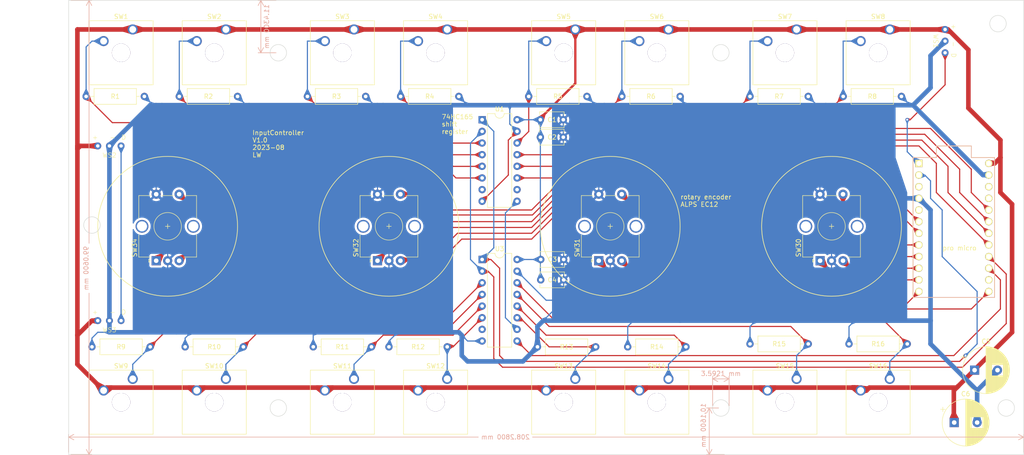
<source format=kicad_pcb>
(kicad_pcb (version 20221018) (generator pcbnew)
  (layers (0 "F.Cu" signal) (31 "B.Cu" signal) (34 "B.Paste" user) (35 "F.Paste" user) (36 "B.SilkS" user "B.Silkscreen") (37 "F.SilkS" user "F.Silkscreen") (38 "B.Mask" user) (39 "F.Mask" user) (44 "Edge.Cuts" user))
  (net 0 "")
  (net 1 "Net-(U1-D7)")
  (net 2 "Net-(U1-D6)")
  (net 3 "Net-(U1-D5)")
  (net 4 "Net-(U1-D4)")
  (net 5 "Net-(U1-D1)")
  (net 6 "Net-(U1-D0)")
  (net 7 "Net-(U3-D6)")
  (net 8 "Net-(U3-D5)")
  (net 9 "Net-(U3-D4)")
  (net 10 "Net-(U3-D3)")
  (net 11 "Net-(U3-D2)")
  (net 12 "Net-(U3-D1)")
  (net 13 "Net-(U3-D0)")
  (net 14 "Net-(U2-D7)")
  (net 15 "Net-(U2-E6)")
  (net 16 "Net-(U2-B3)")
  (net 17 "Net-(U2-B4)")
  (net 18 "Net-(U2-C6)")
  (net 19 "Net-(U2-B6)")
  (net 20 "Net-(U2-B5)")
  (net 23 "Net-(U1-Q7)")
  (net 25 "Net-(U1-CP)")
  (net 26 "Net-(U1-~{PL})")
  (net 28 "Net-(U1-D3)")
  (net 29 "Net-(U1-D2)")
  (net 32 "Net-(U3-D7)")
  (net 34 "Net-(U2-SCL)")
  (net 35 "Net-(U2-D4)")
  (net 36 "Net-(U2-F6)")
  (net 37 "Net-(U2-F7)")
  (net 38 "Net-(U2-F5)")
  (net 39 "Net-(U2-F4)")
  (net 41 "Net-(U1-VCC)")
  (net 42 "Net-(U1-GND)")
  (net 43 "Net-(U2-TX)")
  (net 44 "Net-(WS2-D)")
  (footprint "custom_pads:SW_Cherry_MX_1.00u_PCB_center_hole" (layer "F.Cu") (at 73.66 45.72)
    (fp_text reference "SW2")
    (fp_text value "SW_Push")
  )
  (footprint "custom_pads:SW_Cherry_MX_1.00u_PCB_center_hole" (layer "F.Cu") (at 149.86 121.92)
    (fp_text reference "SW13")
    (fp_text value "SW_Push")
  )
  (footprint "Resistor_THT:R_Axial_DIN0309_L9.0mm_D3.2mm_P12.70mm_Horizontal" (layer "F.Cu") (at 173.99 114.935 180)
    (fp_text reference "R14")
    (fp_text value "10K")
  )
  (footprint "Resistor_THT:R_Axial_DIN0309_L9.0mm_D3.2mm_P12.70mm_Horizontal" (layer "F.Cu") (at 200.66 114.3 180)
    (fp_text reference "R15")
    (fp_text value "10K")
  )
  (footprint "custom_pads:SW_Cherry_MX_1.00u_PCB_center_hole" (layer "F.Cu") (at 198.12 121.92)
    (fp_text reference "SW15")
    (fp_text value "SW_Push")
  )
  (footprint "custom_pads:SW_Cherry_MX_1.00u_PCB_center_hole" (layer "F.Cu") (at 170.18 121.92)
    (fp_text reference "SW14")
    (fp_text value "SW_Push")
  )
  (footprint "custom_pads:SW_Cherry_MX_1.00u_PCB_center_hole" (layer "F.Cu") (at 101.6 121.92)
    (fp_text reference "SW11")
    (fp_text value "SW_Push")
  )
  (footprint "custom_pads:3 Pin THT" (layer "F.Cu") (at 48.26 73.66)
    (fp_text reference "WS2")
    (fp_text value "~")
  )
  (footprint "Capacitor_THT:C_Disc_D5.1mm_W3.2mm_P5.00mm" (layer "F.Cu") (at 142.32 100.33)
    (fp_text reference "C4")
    (fp_text value "0.1µF")
  )
  (footprint "custom_pads:SW_Cherry_MX_1.00u_PCB_center_hole" (layer "F.Cu") (at 218.44 45.72)
    (fp_text reference "SW8")
    (fp_text value "SW_Push")
  )
  (footprint "Resistor_THT:R_Axial_DIN0309_L9.0mm_D3.2mm_P12.70mm_Horizontal" (layer "F.Cu") (at 208.28 60.325)
    (fp_text reference "R8")
    (fp_text value "10K")
  )
  (footprint "Resistor_THT:R_Axial_DIN0309_L9.0mm_D3.2mm_P12.70mm_Horizontal" (layer "F.Cu") (at 105.41 114.935 180)
    (fp_text reference "R11")
    (fp_text value "10K")
  )
  (footprint "Resistor_THT:R_Axial_DIN0309_L9.0mm_D3.2mm_P12.70mm_Horizontal" (layer "F.Cu") (at 111.76 60.325)
    (fp_text reference "R4")
    (fp_text value "10K")
  )
  (footprint "Resistor_THT:R_Axial_DIN0309_L9.0mm_D3.2mm_P12.70mm_Horizontal" (layer "F.Cu") (at 43.18 60.325)
    (fp_text reference "R1")
    (fp_text value "10K")
  )
  (footprint "Resistor_THT:R_Axial_DIN0309_L9.0mm_D3.2mm_P12.70mm_Horizontal" (layer "F.Cu") (at 222.25 114.3 180)
    (fp_text reference "R16")
    (fp_text value "10K")
  )
  (footprint "Capacitor_THT:CP_Radial_D10.0mm_P5.00mm" (layer "F.Cu") (at 236.935 120.015)
    (fp_text reference "C5")
    (fp_text value "100µF")
  )
  (footprint "Resistor_THT:R_Axial_DIN0309_L9.0mm_D3.2mm_P12.70mm_Horizontal" (layer "F.Cu") (at 91.44 60.325)
    (fp_text reference "R3")
    (fp_text value "10K")
  )
  (footprint "Rotary_Encoder:RotaryEncoder_Alps_EC12E-Switch_Vertical_H20mm_CircularMountingHoles" (layer "F.Cu") (at 106.72 96.15 90)
    (fp_text reference "SW32")
    (fp_text value "RotaryEncoder_Switch")
  )
  (footprint "Rotary_Encoder:RotaryEncoder_Alps_EC12E-Switch_Vertical_H20mm_CircularMountingHoles" (layer "F.Cu") (at 154.98 96.15 90)
    (fp_text reference "SW31")
    (fp_text value "RotaryEncoder_Switch")
  )
  (footprint "custom_pads:3 Pin THT" (layer "F.Cu") (at 48.26 111.76)
    (fp_text reference "WS3")
    (fp_text value "WS2812TerminalIn")
  )
  (footprint "Capacitor_THT:CP_Radial_D10.0mm_P5.00mm" (layer "F.Cu") (at 232.49 131.445)
    (fp_text reference "C6")
    (fp_text value "100µF")
  )
  (footprint "Rotary_Encoder:RotaryEncoder_Alps_EC12E-Switch_Vertical_H20mm_CircularMountingHoles" (layer "F.Cu") (at 58.46 96.15 90)
    (fp_text reference "SW34")
    (fp_text value "RotaryEncoder_Switch")
  )
  (footprint "Resistor_THT:R_Axial_DIN0309_L9.0mm_D3.2mm_P12.70mm_Horizontal" (layer "F.Cu") (at 57.15 114.935 180)
    (fp_text reference "R9")
    (fp_text value "10K")
  )
  (footprint "custom_pads:3 Pin THT" (layer "F.Cu") (at 227.965 48.26 -90)
    (fp_text reference "WS1")
    (fp_text value "WS2812TerminalIn")
  )
  (footprint "custom_pads:SW_Cherry_MX_1.00u_PCB_center_hole" (layer "F.Cu") (at 170.18 45.72)
    (fp_text reference "SW6")
    (fp_text value "SW_Push")
  )
  (footprint "Resistor_THT:R_Axial_DIN0309_L9.0mm_D3.2mm_P12.70mm_Horizontal" (layer "F.Cu") (at 187.96 60.325)
    (fp_text reference "R7")
    (fp_text value "10K")
  )
  (footprint "Resistor_THT:R_Axial_DIN0309_L9.0mm_D3.2mm_P12.70mm_Horizontal" (layer "F.Cu") (at 139.7 60.325)
    (fp_text reference "R5")
    (fp_text value "10K")
  )
  (footprint "custom_pads:SW_Cherry_MX_1.00u_PCB_center_hole" (layer "F.Cu") (at 73.66 121.92)
    (fp_text reference "SW10")
    (fp_text value "SW_Push")
  )
  (footprint "Resistor_THT:R_Axial_DIN0309_L9.0mm_D3.2mm_P12.70mm_Horizontal" (layer "F.Cu") (at 154.305 114.935 180)
    (fp_text reference "R13")
    (fp_text value "10K")
  )
  (footprint "custom_pads:SW_Cherry_MX_1.00u_PCB_center_hole" (layer "F.Cu") (at 198.12 45.72)
    (fp_text reference "SW7")
    (fp_text value "SW_Push")
  )
  (footprint "Resistor_THT:R_Axial_DIN0309_L9.0mm_D3.2mm_P12.70mm_Horizontal" (layer "F.Cu") (at 77.47 114.935 180)
    (fp_text reference "R10")
    (fp_text value "10K")
  )
  (footprint "custom_pads:SW_Cherry_MX_1.00u_PCB_center_hole" (layer "F.Cu") (at 53.34 45.72)
    (fp_text reference "SW1")
    (fp_text value "SW_Push")
  )
  (footprint "Package_DIP:DIP-16_W7.62mm" (layer "F.Cu") (at 129.54 65.405)
    (fp_text reference "U1")
    (fp_text value "74HC165")
  )
  (footprint "custom_pads:SW_Cherry_MX_1.00u_PCB_center_hole" (layer "F.Cu") (at 101.6 45.72)
    (fp_text reference "SW3")
    (fp_text value "SW_Push")
  )
  (footprint "Resistor_THT:R_Axial_DIN0309_L9.0mm_D3.2mm_P12.70mm_Horizontal" (layer "F.Cu") (at 63.5 60.325)
    (fp_text reference "R2")
    (fp_text value "10K")
  )
  (footprint "Resistor_THT:R_Axial_DIN0309_L9.0mm_D3.2mm_P12.70mm_Horizontal" (layer "F.Cu") (at 160.02 60.325)
    (fp_text reference "R6")
    (fp_text value "10K")
  )
  (footprint "Resistor_THT:R_Axial_DIN0309_L9.0mm_D3.2mm_P12.70mm_Horizontal" (layer "F.Cu") (at 121.92 114.935 180)
    (fp_text reference "R12")
    (fp_text value "10K")
  )
  (footprint "custom_pads:SW_Cherry_MX_1.00u_PCB_center_hole" (layer "F.Cu") (at 53.34 121.92)
    (fp_text reference "SW9")
    (fp_text value "SW_Push")
  )
  (footprint "custom_pads:SW_Cherry_MX_1.00u_PCB_center_hole" (layer "F.Cu") (at 149.86 45.72)
    (fp_text reference "SW5")
    (fp_text value "SW_Push")
  )
  (footprint "Package_DIP:DIP-16_W7.62mm" (layer "F.Cu") (at 129.54 95.885)
    (fp_text reference "U3")
    (fp_text value "74HC165")
  )
  (footprint "ProMicroKiCad-master:ProMicro" (layer "F.Cu") (at 232.41 88.9 -90)
    (fp_text reference "U2" hide)
    (fp_text value "ProMicro")
  )
  (footprint "Capacitor_THT:C_Disc_D5.1mm_W3.2mm_P5.00mm" (layer "F.Cu") (at 142.24 69.215)
    (fp_text reference "C2")
    (fp_text value "0.1µF")
  )
  (footprint "Rotary_Encoder:RotaryEncoder_Alps_EC12E-Switch_Vertical_H20mm_CircularMountingHoles" (layer "F.Cu") (at 203.24 96.15 90)
    (fp_text reference "SW30")
    (fp_text value "RotaryEncoder_Switch")
  )
  (footprint "Capacitor_THT:C_Disc_D5.1mm_W3.2mm_P5.00mm" (layer "F.Cu") (at 142.32 95.885)
    (fp_text reference "C3")
    (fp_text value "1µF")
  )
  (footprint "custom_pads:SW_Cherry_MX_1.00u_PCB_center_hole" (layer "F.Cu") (at 218.44 121.92)
    (fp_text reference "SW16")
    (fp_text value "SW_Push")
  )
  (footprint "custom_pads:SW_Cherry_MX_1.00u_PCB_center_hole" (layer "F.Cu") (at 121.92 121.92)
    (fp_text reference "SW12")
    (fp_text value "SW_Push")
  )
  (footprint "Capacitor_THT:C_Disc_D5.1mm_W3.2mm_P5.00mm" (layer "F.Cu") (at 142.24 65.405)
    (fp_text reference "C1")
    (fp_text value "1µF")
  )
  (footprint "custom_pads:SW_Cherry_MX_1.00u_PCB_center_hole" (layer "F.Cu") (at 121.92 45.72)
    (fp_text reference "SW4")
    (fp_text value "SW_Push")
  )
  (gr_circle (center 157.48 88.65) (end 172.72 88.9) (stroke (width 0.15)) (fill none) (layer "F.SilkS"))
  (gr_circle (center 109.22 88.65) (end 93.98 88.9) (stroke (width 0.15)) (fill none) (layer "F.SilkS"))
  (gr_circle (center 60.96 88.65) (end 76.2 88.9) (stroke (width 0.15)) (fill none) (layer "F.SilkS"))
  (gr_circle (center 205.74 88.65) (end 190.5 88.9) (stroke (width 0.15)) (fill none) (layer "F.SilkS"))
  (gr_circle (center 243.84 128.27) (end 245.11 129.54) (stroke (width 0.1)) (fill none) (layer "Edge.Cuts"))
  (gr_circle (center 85.09 128.27) (end 86.36 129.54) (stroke (width 0.1)) (fill none) (layer "Edge.Cuts"))
  (gr_circle (center 181.61 128.27) (end 182.88 129.54) (stroke (width 0.1)) (fill none) (layer "Edge.Cuts"))
  (gr_circle (center 44.45 88.373949) (end 45.72 89.643949) (stroke (width 0.1)) (fill none) (layer "Edge.Cuts"))
  (gr_circle (center 181.61 50.8) (end 182.88 52.07) (stroke (width 0.1)) (fill none) (layer "Edge.Cuts"))
  (gr_circle (center 85.09 50.8) (end 86.36 52.07) (stroke (width 0.1)) (fill none) (layer "Edge.Cuts"))
  (gr_rect (start 39.37 39.37) (end 247.65 138.43) (stroke (width 0.1)) (fill none) (layer "Edge.Cuts"))
  (gr_circle (center 242.043949 44.45) (end 243.313949 45.72) (stroke (width 0.1)) (fill none) (layer "Edge.Cuts"))
  (gr_text "pro micro" (at 229.87 93.98) (layer "F.SilkS") (effects (font (size 1 1)) (justify left bottom)))
  (gr_text "74HC165\nshift \nregister" (at 120.65 68.58) (layer "F.SilkS") (effects (font (size 1 1)) (justify left bottom)))
  (gr_text "InputController\nV1.0\n2023-08\nLW" (at 79.375 73.66) (layer "F.SilkS") (effects (font (size 1 1)) (justify left bottom)))
  (gr_text "rotary encoder\nALPS EC12" (at 172.72 84.455) (layer "F.SilkS") (effects (font (size 1 1)) (justify left bottom)))
  (dimension (type aligned) (layer "B.SilkS") (pts (xy 39.37 138.43) (xy 39.37 39.37)) (height 4.445) (gr_text "99,0600 mm" (at 43.18 97.79 90) (layer "B.SilkS") (effects (font (size 1 1) (thickness 0.15)) (justify mirror))) (format (prefix "") (suffix "") (units 3) (units_format 1) (precision 4)) (style (thickness 0.15) (arrow_length 1.27) (text_position_mode 2) (extension_height 0.58642) (extension_offset 0.5) keep_text_aligned))
  (dimension (type aligned) (layer "B.SilkS") (pts (xy 39.37 138.43) (xy 247.65 138.43)) (height -3.81) (gr_text "208,2800 mm" (at 134.62 134.62) (layer "B.SilkS") (effects (font (size 1 1) (thickness 0.15)) (justify mirror))) (format (prefix "") (suffix "") (units 3) (units_format 1) (precision 4)) (style (thickness 0.15) (arrow_length 1.27) (text_position_mode 2) (extension_height 0.58642) (extension_offset 0.5) keep_text_aligned))
  (dimension (type orthogonal) (layer "B.SilkS") (pts (xy 85.09 50.8) (xy 85.09 39.37)) (height -3.81) (orientation 1) (gr_text "11,4300 mm" (at 82.55 45.085 90) (layer "B.SilkS") (effects (font (size 1 1) (thickness 0.15)) (justify mirror))) (format (prefix "") (suffix "") (units 3) (units_format 1) (precision 4)) (style (thickness 0.15) (arrow_length 1.27) (text_position_mode 2) (extension_height 0.58642) (extension_offset 0.5) keep_text_aligned))
  (dimension (type orthogonal) (layer "B.SilkS") (pts (xy 181.61 128.27) (xy 182.88 138.43)) (height -2.54) (orientation 1) (gr_text "10,1600 mm" (at 177.8 132.08 90) (layer "B.SilkS") (effects (font (size 1 1) (thickness 0.15)) (justify mirror))) (format (prefix "") (suffix "") (units 3) (units_format 1) (precision 4)) (style (thickness 0.15) (arrow_length 1.27) (text_position_mode 2) (extension_height 0.58642) (extension_offset 0.5) keep_text_aligned))
  (dimension (type orthogonal) (layer "B.SilkS") (pts (xy 183.406051 128.27) (xy 179.813949 128.27)) (height -6.35) (orientation 0) (gr_text "3,5921 mm" (at 181.61 120.77) (layer "B.SilkS") (effects (font (size 1 1) (thickness 0.15)))) (format (prefix "") (suffix "") (units 3) (units_format 1) (precision 4)) (style (thickness 0.15) (arrow_length 1.27) (text_position_mode 0) (extension_height 0.58642) (extension_offset 0.5) keep_text_aligned))
  (segment (start 123.825 78.105) (end 129.535 78.105) (width 0.25) (layer "F.Cu") (net 1))
  (segment (start 48.895 66.04) (end 111.76 66.04) (width 0.25) (layer "F.Cu") (net 1))
  (segment (start 43.18 60.325) (end 48.895 66.04) (width 0.25) (layer "F.Cu") (net 1))
  (segment (start 111.76 66.04) (end 123.825 78.105) (width 0.25) (layer "F.Cu") (net 1))
  (segment (start 43.18 49.53) (end 44.45 48.26) (width 0.25) (layer "B.Cu") (net 1))
  (segment (start 44.45 48.26) (end 46.99 48.26) (width 0.25) (layer "B.Cu") (net 1))
  (segment (start 43.18 60.325) (end 43.18 49.53) (width 0.25) (layer "B.Cu") (net 1))
  (segment (start 123.205 75.58) (end 112.395 64.77) (width 0.25) (layer "F.Cu") (net 2))
  (segment (start 112.395 64.77) (end 67.945 64.77) (width 0.25) (layer "F.Cu") (net 2))
  (segment (start 67.945 64.77) (end 63.5 60.325) (width 0.25) (layer "F.Cu") (net 2))
  (segment (start 129.55 75.58) (end 123.205 75.58) (width 0.25) (layer "F.Cu") (net 2))
  (segment (start 63.5 48.26) (end 63.5 60.325) (width 0.25) (layer "B.Cu") (net 2))
  (segment (start 67.31 48.26) (end 63.5 48.26) (width 0.25) (layer "B.Cu") (net 2))
  (segment (start 113.03 63.5) (end 94.615 63.5) (width 0.25) (layer "F.Cu") (net 3))
  (segment (start 94.615 63.5) (end 91.44 60.325) (width 0.25) (layer "F.Cu") (net 3))
  (segment (start 129.55 73.04) (end 122.57 73.04) (width 0.25) (layer "F.Cu") (net 3))
  (segment (start 122.57 73.04) (end 113.03 63.5) (width 0.25) (layer "F.Cu") (net 3))
  (segment (start 91.44 48.26) (end 95.25 48.26) (width 0.25) (layer "B.Cu") (net 3))
  (segment (start 91.44 60.325) (end 91.44 48.26) (width 0.25) (layer "B.Cu") (net 3))
  (segment (start 129.55 70.5) (end 121.935 70.5) (width 0.25) (layer "F.Cu") (net 4))
  (segment (start 121.935 70.5) (end 111.76 60.325) (width 0.25) (layer "F.Cu") (net 4))
  (segment (start 111.76 60.325) (end 111.76 48.26) (width 0.25) (layer "B.Cu") (net 4))
  (segment (start 111.76 48.26) (end 115.57 48.26) (width 0.25) (layer "B.Cu") (net 4))
  (segment (start 184.785 63.5) (end 159.385 63.5) (width 0.25) (layer "F.Cu") (net 5))
  (segment (start 159.385 63.5) (end 147.32 75.565) (width 0.25) (layer "F.Cu") (net 5))
  (segment (start 137.185 75.565) (end 137.17 75.58) (width 0.25) (layer "F.Cu") (net 5))
  (segment (start 187.96 60.325) (end 184.785 63.5) (width 0.25) (layer "F.Cu") (net 5))
  (segment (start 147.32 75.565) (end 137.185 75.565) (width 0.25) (layer "F.Cu") (net 5))
  (segment (start 187.96 60.325) (end 187.96 48.26) (width 0.25) (layer "B.Cu") (net 5))
  (segment (start 191.77 48.26) (end 187.96 48.26) (width 0.25) (layer "B.Cu") (net 5))
  (segment (start 137.17 78.12) (end 137.185 78.105) (width 0.25) (layer "F.Cu") (net 6))
  (segment (start 146.05 78.105) (end 158.75 65.405) (width 0.25) (layer "F.Cu") (net 6))
  (segment (start 203.2 65.405) (end 208.28 60.325) (width 0.25) (layer "F.Cu") (net 6))
  (segment (start 158.75 65.405) (end 203.2 65.405) (width 0.25) (layer "F.Cu") (net 6))
  (segment (start 137.185 78.105) (end 146.05 78.105) (width 0.25) (layer "F.Cu") (net 6))
  (segment (start 208.28 48.26) (end 212.09 48.26) (width 0.25) (layer "B.Cu") (net 6))
  (segment (start 208.28 60.325) (end 208.28 48.26) (width 0.25) (layer "B.Cu") (net 6))
  (segment (start 105.41 114.935) (end 107.95 112.395) (width 0.25) (layer "F.Cu") (net 7))
  (segment (start 107.95 112.395) (end 123.19 112.395) (width 0.25) (layer "F.Cu") (net 7))
  (segment (start 123.19 112.395) (end 129.54 106.045) (width 0.25) (layer "F.Cu") (net 7))
  (segment (start 101.6 121.92) (end 101.6 118.745) (width 0.25) (layer "B.Cu") (net 7))
  (segment (start 101.6 118.745) (end 105.41 114.935) (width 0.25) (layer "B.Cu") (net 7))
  (segment (start 122.555 110.49) (end 81.915 110.49) (width 0.25) (layer "F.Cu") (net 8))
  (segment (start 129.54 103.505) (end 122.555 110.49) (width 0.25) (layer "F.Cu") (net 8))
  (segment (start 81.915 110.49) (end 77.47 114.935) (width 0.25) (layer "F.Cu") (net 8))
  (segment (start 73.66 118.745) (end 77.47 114.935) (width 0.25) (layer "B.Cu") (net 8))
  (segment (start 73.66 121.92) (end 73.66 118.745) (width 0.25) (layer "B.Cu") (net 8))
  (segment (start 121.92 108.585) (end 129.54 100.965) (width 0.25) (layer "F.Cu") (net 9))
  (segment (start 63.5 108.585) (end 121.92 108.585) (width 0.25) (layer "F.Cu") (net 9))
  (segment (start 57.15 114.935) (end 63.5 108.585) (width 0.25) (layer "F.Cu") (net 9))
  (segment (start 53.34 121.92) (end 53.34 118.745) (width 0.25) (layer "B.Cu") (net 9))
  (segment (start 53.34 118.745) (end 57.15 114.935) (width 0.25) (layer "B.Cu") (net 9))
  (segment (start 144.78 108.585) (end 137.16 100.965) (width 0.25) (layer "F.Cu") (net 10))
  (segment (start 222.25 114.3) (end 216.535 108.585) (width 0.25) (layer "F.Cu") (net 10))
  (segment (start 216.535 108.585) (end 144.78 108.585) (width 0.25) (layer "F.Cu") (net 10))
  (segment (start 218.44 121.92) (end 218.44 118.11) (width 0.25) (layer "B.Cu") (net 10))
  (segment (start 218.44 118.11) (end 222.25 114.3) (width 0.25) (layer "B.Cu") (net 10))
  (segment (start 144.145 110.49) (end 196.85 110.49) (width 0.25) (layer "F.Cu") (net 11))
  (segment (start 137.16 103.505) (end 144.145 110.49) (width 0.25) (layer "F.Cu") (net 11))
  (segment (start 196.85 110.49) (end 200.66 114.3) (width 0.25) (layer "F.Cu") (net 11))
  (segment (start 198.12 116.84) (end 200.66 114.3) (width 0.25) (layer "B.Cu") (net 11))
  (segment (start 198.12 121.666) (end 198.12 116.84) (width 0.25) (layer "B.Cu") (net 11))
  (segment (start 143.51 112.395) (end 171.45 112.395) (width 0.25) (layer "F.Cu") (net 12))
  (segment (start 171.45 112.395) (end 173.99 114.935) (width 0.25) (layer "F.Cu") (net 12))
  (segment (start 137.16 106.045) (end 143.51 112.395) (width 0.25) (layer "F.Cu") (net 12))
  (segment (start 170.18 118.745) (end 173.99 114.935) (width 0.25) (layer "B.Cu") (net 12))
  (segment (start 170.18 121.92) (end 170.18 118.745) (width 0.25) (layer "B.Cu") (net 12))
  (segment (start 144.145 114.935) (end 137.795 108.585) (width 0.25) (layer "F.Cu") (net 13))
  (segment (start 137.795 108.585) (end 137.16 108.585) (width 0.25) (layer "F.Cu") (net 13))
  (segment (start 154.305 114.935) (end 144.145 114.935) (width 0.25) (layer "F.Cu") (net 13))
  (segment (start 149.86 119.38) (end 154.305 114.935) (width 0.25) (layer "B.Cu") (net 13))
  (segment (start 149.86 121.92) (end 149.86 119.38) (width 0.25) (layer "B.Cu") (net 13))
  (segment (start 172.31 93.98) (end 159.98 81.65) (width 0.25) (layer "F.Cu") (net 14))
  (segment (start 217.17 95.25) (end 224.79 95.25) (width 0.25) (layer "F.Cu") (net 14))
  (segment (start 215.9 93.98) (end 172.31 93.98) (width 0.25) (layer "F.Cu") (net 14))
  (segment (start 215.9 93.98) (end 217.17 95.25) (width 0.25) (layer "F.Cu") (net 14))
  (segment (start 209.88 97.79) (end 208.24 96.15) (width 0.25) (layer "F.Cu") (net 15))
  (segment (start 224.79 97.79) (end 209.88 97.79) (width 0.25) (layer "F.Cu") (net 15))
  (segment (start 242.57 106.68) (end 232.41 116.84) (width 0.25) (layer "F.Cu") (net 16))
  (segment (start 242.57 100.33) (end 242.57 106.68) (width 0.25) (layer "F.Cu") (net 16))
  (segment (start 240.03 97.79) (end 242.57 100.33) (width 0.25) (layer "F.Cu") (net 16))
  (segment (start 140.335 116.84) (end 137.16 113.665) (width 0.25) (layer "F.Cu") (net 16))
  (segment (start 232.41 116.84) (end 140.335 116.84) (width 0.25) (layer "F.Cu") (net 16))
  (segment (start 207.42 100.33) (end 203.24 96.15) (width 0.25) (layer "F.Cu") (net 17))
  (segment (start 224.79 100.33) (end 207.42 100.33) (width 0.25) (layer "F.Cu") (net 17))
  (segment (start 208.24 91.4) (end 208.24 81.65) (width 0.25) (layer "F.Cu") (net 18))
  (segment (start 209.55 92.71) (end 224.79 92.71) (width 0.25) (layer "F.Cu") (net 18))
  (segment (start 209.55 92.71) (end 208.24 91.4) (width 0.25) (layer "F.Cu") (net 18))
  (segment (start 236.22 106.68) (end 165.51 106.68) (width 0.25) (layer "F.Cu") (net 19))
  (segment (start 165.51 106.68) (end 154.98 96.15) (width 0.25) (layer "F.Cu") (net 19))
  (segment (start 240.03 102.87) (end 236.22 106.68) (width 0.25) (layer "F.Cu") (net 19))
  (segment (start 159.98 96.15) (end 169.24 105.41) (width 0.25) (layer "F.Cu") (net 20))
  (segment (start 222.25 105.41) (end 224.79 102.87) (width 0.25) (layer "F.Cu") (net 20))
  (segment (start 169.24 105.41) (end 222.25 105.41) (width 0.25) (layer "F.Cu") (net 20))
  (segment (start 137.16 83.185) (end 134.62 85.725) (width 0.25) (layer "B.Cu") (net 23))
  (segment (start 134.62 85.725) (end 134.62 108.585) (width 0.25) (layer "B.Cu") (net 23))
  (segment (start 134.62 108.585) (end 137.16 111.125) (width 0.25) (layer "B.Cu") (net 23))
  (segment (start 130.81 98.425) (end 132.08 99.695) (width 0.25) (layer "F.Cu") (net 25))
  (segment (start 243.84 99.06) (end 240.03 95.25) (width 0.25) (layer "F.Cu") (net 25))
  (segment (start 234.315 119.38) (end 243.84 109.855) (width 0.25) (layer "F.Cu") (net 25))
  (segment (start 132.08 117.475) (end 133.985 119.38) (width 0.25) (layer "F.Cu") (net 25))
  (segment (start 132.08 99.695) (end 132.08 117.475) (width 0.25) (layer "F.Cu") (net 25))
  (segment (start 243.84 109.855) (end 243.84 99.06) (width 0.25) (layer "F.Cu") (net 25))
  (segment (start 129.54 98.425) (end 130.81 98.425) (width 0.25) (layer "F.Cu") (net 25))
  (segment (start 133.985 119.38) (end 234.315 119.38) (width 0.25) (layer "F.Cu") (net 25))
  (segment (start 129.54 98.425) (end 127 95.885) (width 0.25) (layer "B.Cu") (net 25))
  (segment (start 127 70.485) (end 129.54 67.945) (width 0.25) (layer "B.Cu") (net 25))
  (segment (start 127 95.885) (end 127 70.485) (width 0.25) (layer "B.Cu") (net 25))
  (segment (start 133.35 97.79) (end 131.445 95.885) (width 0.25) (layer "F.Cu") (net 26))
  (segment (start 134.62 118.11) (end 133.35 116.84) (width 0.25) (layer "F.Cu") (net 26))
  (segment (start 133.35 116.84) (end 133.35 97.79) (width 0.25) (layer "F.Cu") (net 26))
  (segment (start 131.445 95.885) (end 129.54 95.885) (width 0.25) (layer "F.Cu") (net 26))
  (segment (start 233.68 118.11) (end 134.62 118.11) (width 0.25) (layer "F.Cu") (net 26))
  (segment (start 234.95 116.84) (end 233.68 118.11) (width 0.25) (layer "F.Cu") (net 26))
  (via (at 234.95 116.84) (size 0.8) (drill 0.4) (layers "F.Cu" "B.Cu") (net 26))
  (segment (start 229.87 95.25) (end 229.87 85.09) (width 0.25) (layer "B.Cu") (net 26))
  (segment (start 226.06 77.47) (end 224.79 77.47) (width 0.25) (layer "B.Cu") (net 26))
  (segment (start 237.49 114.3) (end 237.49 102.87) (width 0.25) (layer "B.Cu") (net 26))
  (segment (start 132.08 67.945) (end 132.08 93.345) (width 0.25) (layer "B.Cu") (net 26))
  (segment (start 229.87 85.09) (end 227.33 82.55) (width 0.25) (layer "B.Cu") (net 26))
  (segment (start 132.08 93.345) (end 129.54 95.885) (width 0.25) (layer "B.Cu") (net 26))
  (segment (start 234.95 116.84) (end 237.49 114.3) (width 0.25) (layer "B.Cu") (net 26))
  (segment (start 227.33 82.55) (end 227.33 78.74) (width 0.25) (layer "B.Cu") (net 26))
  (segment (start 129.54 65.405) (end 132.08 67.945) (width 0.25) (layer "B.Cu") (net 26))
  (segment (start 237.49 102.87) (end 229.87 95.25) (width 0.25) (layer "B.Cu") (net 26))
  (segment (start 227.33 78.74) (end 226.06 77.47) (width 0.25) (layer "B.Cu") (net 26))
  (segment (start 139.7 67.97) (end 137.17 70.5) (width 0.25) (layer "F.Cu") (net 28))
  (segment (start 139.7 60.325) (end 139.7 67.97) (width 0.25) (layer "F.Cu") (net 28))
  (segment (start 139.7 60.325) (end 139.7 48.26) (width 0.25) (layer "B.Cu") (net 28))
  (segment (start 139.7 48.26) (end 143.51 48.26) (width 0.25) (layer "B.Cu") (net 28))
  (segment (start 160.02 60.325) (end 147.305 73.04) (width 0.25) (layer "F.Cu") (net 29))
  (segment (start 147.305 73.04) (end 137.17 73.04) (width 0.25) (layer "F.Cu") (net 29))
  (segment (start 160.02 60.325) (end 160.02 48.26) (width 0.25) (layer "B.Cu") (net 29))
  (segment (start 160.02 48.26) (end 163.83 48.26) (width 0.25) (layer "B.Cu") (net 29))
  (segment (start 121.92 114.935) (end 123.19 114.935) (width 0.25) (layer "F.Cu") (net 32))
  (segment (start 123.19 114.935) (end 129.54 108.585) (width 0.25) (layer "F.Cu") (net 32))
  (segment (start 121.92 121.92) (end 121.92 114.935) (width 0.25) (layer "B.Cu") (net 32))
  (segment (start 140.335 90.17) (end 158.115 72.39) (width 0.25) (layer "F.Cu") (net 34))
  (segment (start 215.9 78.74) (end 215.9 72.39) (width 0.25) (layer "F.Cu") (net 34))
  (segment (start 124.143198 90.17) (end 140.335 90.17) (width 0.25) (layer "F.Cu") (net 34))
  (segment (start 108.89 93.98) (end 120.333198 93.98) (width 0.25) (layer "F.Cu") (net 34))
  (segment (start 120.333198 93.98) (end 124.143198 90.17) (width 0.25) (layer "F.Cu") (net 34))
  (segment (start 158.115 72.39) (end 215.9 72.39) (width 0.25) (layer "F.Cu") (net 34))
  (segment (start 224.79 87.63) (end 215.9 78.74) (width 0.25) (layer "F.Cu") (net 34))
  (segment (start 106.72 96.15) (end 108.89 93.98) (width 0.25) (layer "F.Cu") (net 34))
  (segment (start 120.65 95.885) (end 125.095 91.44) (width 0.25) (layer "F.Cu") (net 35))
  (segment (start 140.335 91.44) (end 158.115 73.66) (width 0.25) (layer "F.Cu") (net 35))
  (segment (start 158.115 73.66) (end 214.63 73.66) (width 0.25) (layer "F.Cu") (net 35))
  (segment (start 224.79 90.17) (end 214.63 80.01) (width 0.25) (layer "F.Cu") (net 35))
  (segment (start 125.095 91.44) (end 140.335 91.44) (width 0.25) (layer "F.Cu") (net 35))
  (segment (start 111.72 96.15) (end 111.985 95.885) (width 0.25) (layer "F.Cu") (net 35))
  (segment (start 111.985 95.885) (end 120.65 95.885) (width 0.25) (layer "F.Cu") (net 35))
  (segment (start 214.63 80.01) (end 214.63 73.66) (width 0.25) (layer "F.Cu") (net 35))
  (segment (start 158.115 69.85) (end 225.426396 69.85) (width 0.25) (layer "F.Cu") (net 36))
  (segment (start 58.46 96.15) (end 63.17 91.44) (width 0.25) (layer "F.Cu") (net 36))
  (segment (start 231.14 75.563604) (end 231.14 81.28) (width 0.25) (layer "F.Cu") (net 36))
  (segment (start 225.426396 69.85) (end 231.14 75.563604) (width 0.25) (layer "F.Cu") (net 36))
  (segment (start 118.745 91.44) (end 122.555 87.63) (width 0.25) (layer "F.Cu") (net 36))
  (segment (start 63.17 91.44) (end 118.745 91.44) (width 0.25) (layer "F.Cu") (net 36))
  (segment (start 140.335 87.63) (end 158.115 69.85) (width 0.25) (layer "F.Cu") (net 36))
  (segment (start 231.14 81.28) (end 240.03 90.17) (width 0.25) (layer "F.Cu") (net 36))
  (segment (start 122.555 87.63) (end 140.335 87.63) (width 0.25) (layer "F.Cu") (net 36))
  (segment (start 140.335 88.9) (end 123.19 88.9) (width 0.25) (layer "F.Cu") (net 37))
  (segment (start 228.6 81.28) (end 228.6 74.93) (width 0.25) (layer "F.Cu") (net 37))
  (segment (start 123.19 88.9) (end 119.38 92.71) (width 0.25) (layer "F.Cu") (net 37))
  (segment (start 158.115 71.12) (end 140.335 88.9) (width 0.25) (layer "F.Cu") (net 37))
  (segment (start 119.38 92.71) (end 66.9 92.71) (width 0.25) (layer "F.Cu") (net 37))
  (segment (start 224.79 71.12) (end 158.115 71.12) (width 0.25) (layer "F.Cu") (net 37))
  (segment (start 240.03 92.71) (end 228.6 81.28) (width 0.25) (layer "F.Cu") (net 37))
  (segment (start 66.9 92.71) (end 63.46 96.15) (width 0.25) (layer "F.Cu") (net 37))
  (segment (start 228.6 74.93) (end 224.79 71.12) (width 0.25) (layer "F.Cu") (net 37))
  (segment (start 233.68 81.28) (end 233.68 76.198604) (width 0.25) (layer "F.Cu") (net 38))
  (segment (start 240.03 87.63) (end 233.68 81.28) (width 0.25) (layer "F.Cu") (net 38))
  (segment (start 233.68 76.198604) (end 226.061396 68.58) (width 0.25) (layer "F.Cu") (net 38))
  (segment (start 158.115 68.58) (end 140.52 86.175) (width 0.25) (layer "F.Cu") (net 38))
  (segment (start 67.985 86.175) (end 140.52 86.175) (width 0.25) (layer "F.Cu") (net 38))
  (segment (start 226.061396 68.58) (end 158.115 68.58) (width 0.25) (layer "F.Cu") (net 38))
  (segment (start 63.46 81.65) (end 67.985 86.175) (width 0.25) (layer "F.Cu") (net 38))
  (segment (start 158.115 67.31) (end 140.335 85.09) (width 0.25) (layer "F.Cu") (net 39))
  (segment (start 236.22 76.2) (end 227.33 67.31) (width 0.25) (layer "F.Cu") (net 39))
  (segment (start 227.33 67.31) (end 158.115 67.31) (width 0.25) (layer "F.Cu") (net 39))
  (segment (start 114.67 81.65) (end 118.11 85.09) (width 0.25) (layer "F.Cu") (net 39))
  (segment (start 111.72 81.65) (end 114.67 81.65) (width 0.25) (layer "F.Cu") (net 39))
  (segment (start 236.22 81.28) (end 236.22 76.2) (width 0.25) (layer "F.Cu") (net 39))
  (segment (start 140.335 85.09) (end 118.11 85.09) (width 0.25) (layer "F.Cu") (net 39))
  (segment (start 240.03 85.09) (end 236.22 81.28) (width 0.25) (layer "F.Cu") (net 39))
  (segment (start 149.86 45.72) (end 149.86 57.48) (width 0.5) (layer "F.Cu") (net 41))
  (segment (start 231.14 45.72) (end 230.505 45.72) (width 1) (layer "F.Cu") (net 41))
  (segment (start 191.77 124.46) (end 191.135 123.825) (width 1) (layer "F.Cu") (net 41))
  (segment (start 212.09 124.46) (end 211.455 123.825) (width 1) (layer "F.Cu") (net 41))
  (segment (start 213.36 124.46) (end 213.995 123.825) (width 1) (layer "F.Cu") (net 41))
  (segment (start 41.91 71.12) (end 45.72 71.12) (width 1) (layer "F.Cu") (net 41))
  (segment (start 218.44 45.72) (end 198.12 45.72) (width 1) (layer "F.Cu") (net 41))
  (segment (start 198.12 45.72) (end 170.18 45.72) (width 1) (layer "F.Cu") (net 41))
  (segment (start 164.465 123.825) (end 163.83 124.46) (width 1) (layer "F.Cu") (net 41))
  (segment (start 121.92 45.72) (end 149.86 45.72) (width 1) (layer "F.Cu") (net 41))
  (segment (start 191.135 123.825) (end 164.465 123.825) (width 1) (layer "F.Cu") (net 41))
  (segment (start 143.51 124.46) (end 142.875 123.825) (width 1) (layer "F.Cu") (net 41))
  (segment (start 212.217 123.825) (end 212.852 124.46) (width 1) (layer "F.Cu") (net 41))
  (segment (start 242.57 81.28) (end 242.57 73.66) (width 1) (layer "F.Cu") (net 41))
  (segment (start 149.86 57.48) (end 142.24 65.1) (width 0.5) (layer "F.Cu") (net 41))
  (segment (start 94.615 123.825) (end 67.945 123.825) (width 1) (layer "F.Cu") (net 41))
  (segment (start 73.66 45.72) (end 101.6 45.72) (width 1) (layer "F.Cu") (net 41))
  (segment (start 210.82 123.825) (end 210.185 123.825) (width 1) (layer "F.Cu") (net 41))
  (segment (start 41.275 112.395) (end 41.275 118.745) (width 1) (layer "F.Cu") (net 41))
  (segment (start 230.505 45.72) (end 218.44 45.72) (width 1) (layer "F.Cu") (net 41))
  (segment (start 210.82 123.825) (end 192.405 123.825) (width 1) (layer "F.Cu") (net 41))
  (segment (start 212.09 124.46) (end 213.36 124.46) (width 1) (layer "F.Cu") (net 41))
  (segment (start 95.25 124.46) (end 94.615 123.825) (width 1) (layer "F.Cu") (net 41))
  (segment (start 235.585 50.165) (end 231.14 45.72) (width 1) (layer "F.Cu") (net 41))
  (segment (start 53.34 45.72) (end 41.275 45.72) (width 1) (layer "F.Cu") (net 41))
  (segment (start 114.935 123.825) (end 95.885 123.825) (width 1) (layer "F.Cu") (net 41))
  (segment (start 41.275 71.12) (end 41.275 112.395) (width 1) (layer "F.Cu") (net 41))
  (segment (start 241.3 74.93) (end 240.03 74.93) (width 1) (layer "F.Cu") (net 41))
  (segment (start 47.625 123.825) (end 46.99 124.46) (width 1) (layer "F.Cu") (net 41))
  (segment (start 44.45 109.22) (end 45.72 109.22) (width 1) (layer "F.Cu") (net 41))
  (segment (start 41.275 45.72) (end 41.275 71.755) (width 1) (layer "F.Cu") (net 41))
  (segment (start 116.205 123.825) (end 115.57 124.46) (width 1) (layer "F.Cu") (net 41))
  (segment (start 242.57 69.85) (end 235.585 62.865) (width 1) (layer "F.Cu") (net 41))
  (segment (start 242.57 73.66) (end 242.57 69.85) (width 1) (layer "F.Cu") (net 41))
  (segment (start 233.045 123.825) (end 233.3625 123.5075) (width 1) (layer "F.Cu") (net 41))
  (segment (start 115.57 124.46) (end 114.935 123.825) (width 1) (layer "F.Cu") (net 41))
  (segment (start 233.3625 123.5075) (end 245.11 111.76) (width 1) (layer "F.Cu") (net 41))
  (segment (start 242.57 81.28) (end 245.11 83.82) (width 1) (layer "F.Cu") (net 41))
  (segment (start 144.145 123.825) (end 143.51 124.46) (width 1) (layer "F.Cu") (net 41))
  (segment (start 192.405 123.825) (end 191.77 124.46) (width 1) (layer "F.Cu") (net 41))
  (segment (start 163.83 124.46) (end 163.195 123.825) (width 1) (layer "F.Cu") (net 41))
  (segment (start 67.31 124.46) (end 66.675 123.825) (width 1) (layer "F.Cu") (net 41))
  (segment (start 41.275 112.395) (end 44.45 109.22) (width 1) (layer "F.Cu") (net 41))
  (segment (start 66.675 123.825) (end 47.625 123.825) (width 1) (layer "F.Cu") (net 41))
  (segment (start 210.185 123.825) (end 212.217 123.825) (width 1) (layer "F.Cu") (net 41))
  (segment (start 101.6 45.72) (end 121.92 45.72) (width 1) (layer "F.Cu") (net 41))
  (segment (start 245.11 111.76) (end 245.11 83.82) (width 1) (layer "F.Cu") (net 41))
  (segment (start 211.455 123.825) (end 210.82 123.825) (width 1) (layer "F.Cu") (net 41))
  (segment (start 163.195 123.825) (end 144.145 123.825) (width 1) (layer "F.Cu") (net 41))
  (segment (start 142.875 123.825) (end 116.205 123.825) (width 1) (layer "F.Cu") (net 41))
  (segment (start 41.275 71.755) (end 41.91 71.12) (width 1) (layer "F.Cu") (net 41))
  (segment (start 53.34 45.72) (end 73.66 45.72) (width 1) (layer "F.Cu") (net 41))
  (segment (start 170.18 45.72) (end 149.86 45.72) (width 1) (layer "F.Cu") (net 41))
  (segment (start 67.945 123.825) (end 67.31 124.46) (width 1) (layer "F.Cu") (net 41))
  (segment (start 232.41 124.46) (end 232.41 131.365) (width 1) (layer "F.Cu") (net 41))
  (segment (start 235.585 62.865) (end 235.585 50.165) (width 1) (layer "F.Cu") (net 41))
  (segment (start 41.275 118.745) (end 46.99 124.46) (width 1) (layer "F.Cu") (net 41))
  (segment (start 95.885 123.825) (end 95.25 124.46) (width 1) (layer "F.Cu") (net 41))
  (segment (start 213.995 123.825) (end 233.045 123.825) (width 1) (layer "F.Cu") (net 41))
  (segment (start 242.57 73.66) (end 241.3 74.93) (width 1) (layer "F.Cu") (net 41))
  (segment (start 232.41 131.365) (end 232.49 131.445) (width 1) (layer "F.Cu") (net 41))
  (segment (start 232.41 124.46) (end 233.3625 123.5075) (width 1) (layer "F.Cu") (net 41))
  (segment (start 142.24 69.215) (end 142.24 100.25) (width 0.25) (layer "B.Cu") (net 41))
  (segment (start 142.24 100.25) (end 142.32 100.33) (width 0.25) (layer "B.Cu") (net 41))
  (segment (start 141.935 65.405) (end 142.24 65.1) (width 0.25) (layer "B.Cu") (net 41))
  (segment (start 137.16 95.885) (end 142.32 95.885) (width 0.25) (layer "B.Cu") (net 41))
  (segment (start 142.24 65.1) (end 142.24 69.215) (width 0.25) (layer "B.Cu") (net 41))
  (segment (start 137.16 65.405) (end 141.935 65.405) (width 0.25) (layer "B.Cu") (net 41))
  (segment (start 135.255 69.85) (end 135.255 77.47) (width 0.25) (layer "F.Cu") (net 42))
  (segment (start 137.16 67.945) (end 135.255 69.85) (width 0.25) (layer "F.Cu") (net 42))
  (segment (start 135.255 77.47) (end 129.54 83.185) (width 0.25) (layer "F.Cu") (net 42))
  (segment (start 76.2 60.325) (end 78.105 62.23) (width 0.25) (layer "B.Cu") (net 42))
  (segment (start 230.505 48.26) (end 227.33 51.435) (width 1) (layer "B.Cu") (net 42))
  (segment (start 204.47 62.23) (end 202.565 62.23) (width 0.25) (layer "B.Cu") (net 42))
  (segment (start 147.24 69.215) (end 147.24 85.05) (width 0.25) (layer "B.Cu") (net 42))
  (segment (start 224.79 82.55) (end 227.33 85.09) (width 1) (layer "B.Cu") (net 42))
  (segment (start 111.125 111.76) (end 93.345 111.76) (width 1) (layer "B.Cu") (net 42))
  (segment (start 106.72 63.46) (end 107.95 62.23) (width 0.25) (layer "B.Cu") (net 42))
  (segment (start 135.57 66.36) (end 135.57 62.23) (width 0.25) (layer "B.Cu") (net 42))
  (segment (start 147.32 100.33) (end 147.32 104.775) (width 0.25) (layer "B.Cu") (net 42))
  (segment (start 106.72 81.65) (end 107.05 81.65) (width 0.25) (layer "B.Cu") (net 42))
  (segment (start 187.96 114.3) (end 187.96 110.49) (width 0.25) (layer "B.Cu") (net 42))
  (segment (start 157.48 104.14) (end 162.56 109.22) (width 0.25) (layer "B.Cu") (net 42))
  (segment (start 148.59 62.23) (end 147.24 63.58) (width 0.25) (layer "B.Cu") (net 42))
  (segment (start 92.71 114.935) (end 92.71 112.395) (width 0.25) (layer "B.Cu") (net 42))
  (segment (start 111.125 111.76) (end 124.46 111.76) (width 1) (layer "B.Cu") (net 42))
  (segment (start 209.55 110.49) (end 210.82 109.22) (width 0.25) (layer "B.Cu") (net 42))
  (segment (start 222.885 62.23) (end 204.47 62.23) (width 1) (layer "B.Cu") (net 42))
  (segment (start 157.48 96.15) (end 157.48 104.14) (width 0.25) (layer "B.Cu") (net 42))
  (segment (start 203.2 81.61) (end 203.24 81.65) (width 0.25) (layer "B.Cu") (net 42))
  (segment (start 227.33 85.09) (end 227.33 109.22) (width 1) (layer "B.Cu") (net 42))
  (segment (start 223.52 62.23) (end 238.76 77.47) (width 1) (layer "B.Cu") (net 42))
  (segment (start 48.26 71.12) (end 57.15 62.23) (width 1) (layer "B.Cu") (net 42))
  (segment (start 205.74 84.15) (end 205.74 96.15) (width 0.25) (layer "B.Cu") (net 42))
  (segment (start 109.22 83.82) (end 109.22 96.15) (width 0.25) (layer "B.Cu") (net 42))
  (segment (start 45.72 111.76) (end 44.45 113.03) (width 0.25) (layer "B.Cu") (net 42))
  (segment (start 107.05 81.65) (end 109.22 83.82) (width 0.25) (layer "B.Cu") (net 42))
  (segment (start 78.74 62.23) (end 59.69 62.23) (width 1) (layer "B.Cu") (net 42))
  (segment (start 187.96 110.49) (end 189.23 109.22) (width 0.25) (layer "B.Cu") (net 42))
  (segment (start 220.98 60.325) (end 222.885 62.23) (width 0.25) (layer "B.Cu") (net 42))
  (segment (start 111.125 111.76) (end 109.22 113.665) (width 0.25) (layer "B.Cu") (net 42))
  (segment (start 142.875 109.22) (end 172.72 109.22) (width 1) (layer "B.Cu") (net 42))
  (segment (start 237.49 124.46) (end 237.49 131.445) (width 1) (layer "B.Cu") (net 42))
  (segment (start 66.04 111.76) (end 62.865 111.76) (width 1) (layer "B.Cu") (net 42))
  (segment (start 141.605 114.935) (end 138.43 118.11) (width 1) (layer "B.Cu") (net 42))
  (segment (start 107.95 62.23) (end 106.68 62.23) (width 1) (layer "B.Cu") (net 42))
  (segment (start 129.54 113.665) (end 126.365 113.665) (width 0.25) (layer "B.Cu") (net 42))
  (segment (start 224.79 82.55) (end 220.98 82.55) (width 1) (layer "B.Cu") (net 42))
  (segment (start 205.74 96.15) (end 205.74 104.14) (width 0.25) (layer "B.Cu") (net 42))
  (segment (start 138.43 118.11) (end 126.365 118.11) (width 1) (layer "B.Cu") (net 42))
  (segment (start 237.49 124.46) (end 241.935 120.015) (width 1) (layer "B.Cu") (net 42))
  (segment (start 161.29 110.49) (end 162.56 109.22) (width 0.25) (layer "B.Cu") (net 42))
  (segment (start 154.305 62.23) (end 148.59 62.23) (width 1) (layer "B.Cu") (net 42))
  (segment (start 48.26 111.76) (end 45.72 111.76) (width 0.25) (layer "B.Cu") (net 42))
  (segment (start 64.77 114.935) (end 64.77 113.03) (width 0.25) (layer "B.Cu") (net 42))
  (segment (start 106.68 62.23) (end 106.045 62.23) (width 0.25) (layer "B.Cu") (net 42))
  (segment (start 58.46 81.65) (end 58.79 81.65) (width 0.25) (layer "B.Cu") (net 42))
  (segment (start 156.21 62.23) (end 173.99 62.23) (width 1) (layer "B.Cu") (net 42))
  (segment (start 93.345 111.76) (end 66.04 111.76) (width 1) (layer "B.Cu") (net 42))
  (segment (start 147.32 85.13) (end 147.32 100.33) (width 0.25) (layer "B.Cu") (net 42))
  (segment (start 137.16 98.425) (end 143.51 104.775) (width 0.25) (layer "B.Cu") (net 42))
  (segment (start 92.71 112.395) (end 93.345 111.76) (width 0.25) (layer "B.Cu") (net 42))
  (segment (start 203.2 63.5) (end 203.2 81.61) (width 0.25) (layer "B.Cu") (net 42))
  (segment (start 227.33 109.22) (end 210.82 109.22) (width 1) (layer "B.Cu") (net 42))
  (segment (start 204.47 62.23) (end 203.2 63.5) (width 0.25) (layer "B.Cu") (net 42))
  (segment (start 48.26 111.76) (end 48.26 71.12) (width 1) (layer "B.Cu") (net 42))
  (segment (start 152.4 60.325) (end 154.305 62.23) (width 0.25) (layer "B.Cu") (net 42))
  (segment (start 227.33 109.22) (end 227.33 114.3) (width 1) (layer "B.Cu") (net 42))
  (segment (start 124.46 60.325) (end 126.365 62.23) (width 0.25) (layer "B.Cu") (net 42))
  (segment (start 202.565 62.23) (end 200.66 60.325) (width 0.25) (layer "B.Cu") (net 42))
  (segment (start 147.32 104.775) (end 142.875 109.22) (width 0.25) (layer "B.Cu") (net 42))
  (segment (start 172.72 60.96) (end 173.99 62.23) (width 0.25) (layer "B.Cu") (net 42))
  (segment (start 147.24 85.05) (end 147.32 85.13) (width 0.25) (layer "B.Cu") (net 42))
  (segment (start 203.24 81.65) (end 205.74 84.15) (width 0.25) (layer "B.Cu") (net 42))
  (segment (start 157.48 84.15) (end 154.98 81.65) (width 0.25) (layer "B.Cu") (net 42))
  (segment (start 141.605 110.49) (end 142.875 109.22) (width 1) (layer "B.Cu") (net 42))
  (segment (start 173.99 62.23) (end 204.47 62.23) (width 1) (layer "B.Cu") (net 42))
  (segment (start 64.77 113.03) (end 66.04 111.76) (width 0.25) (layer "B.Cu") (net 42))
  (segment (start 227.33 114.3) (end 237.49 124.46) (width 1) (layer "B.Cu") (net 42))
  (segment (start 57.785 62.23) (end 55.88 60.325) (width 0.25) (layer "B.Cu") (net 42))
  (segment (start 109.22 96.15) (end 109.22 109.855) (width 0.25) (layer "B.Cu") (net 42))
  (segment (start 126.365 62.23) (end 107.95 62.23) (width 1) (layer "B.Cu") (net 42))
  (segment (start 157.48 96.15) (end 157.48 84.15) (width 0.25) (layer "B.Cu") (net 42))
  (segment (start 223.52 62.23) (end 222.885 62.23) (width 1) (layer "B.Cu") (net 42))
  (segment (start 58.46 63.46) (end 59.69 62.23) (width 0.25) (layer "B.Cu") (net 42))
  (segment (start 58.79 81.65) (end 60.96 83.82) (width 0.25) (layer "B.Cu") (net 42))
  (segment (start 58.42 62.23) (end 57.785 62.23) (width 1) (layer "B.Cu") (net 42))
  (segment (start 62.865 111.76) (end 48.26 111.76) (width 1) (layer "B.Cu") (net 42))
  (segment (start 189.23 109.22) (end 210.82 109.22) (width 1) (layer "B.Cu") (net 42))
  (segment (start 137.17 67.96) (end 135.57 66.36) (width 0.25) (layer "B.Cu") (net 42))
  (segment (start 143.51 104.775) (end 147.32 104.775) (width 0.25) (layer "B.Cu") (net 42))
  (segment (start 125.095 112.395) (end 124.46 111.76) (width 1) (layer "B.Cu") (net 42))
  (segment (start 209.55 114.3) (end 209.55 110.49) (width 0.25) (layer "B.Cu") (net 42))
  (segment (start 106.72 81.65) (end 106.72 63.46) (width 0.25) (layer "B.Cu") (net 42))
  (segment (start 156.21 62.23) (end 154.98 63.46) (width 0.25) (layer "B.Cu") (net 42))
  (segment (start 109.22 113.665) (end 109.22 114.935) (width 0.25) (layer "B.Cu") (net 42))
  (segment (start 172.72 109.22) (end 189.23 109.22) (width 1) (layer "B.Cu") (net 42))
  (segment (start 59.69 62.23) (end 58.42 62.23) (width 1) (layer "B.Cu") (net 42))
  (segment (start 172.72 60.325) (end 172.72 60.96) (width 0.25) (layer "B.Cu") (net 42))
  (segment (start 60.96 109.855) (end 62.865 111.76) (width 0.25) (layer "B.Cu") (net 42))
  (segment (start 60.96 96.15) (end 60.96 109.855) (width 0.25) (layer "B.Cu") (net 42))
  (segment (start 135.57 62.23) (end 139.7 62.23) (width 1) (layer "B.Cu") (net 42))
  (segment (start 106.68 62.23) (end 78.74 62.23) (width 1) (layer "B.Cu") (net 42))
  (segment (start 227.33 51.435) (end 227.33 58.42) (width 1) (layer "B.Cu") (net 42))
  (segment (start 154.305 62.23) (end 156.21 62.23) (width 1) (layer "B.Cu") (net 42))
  (segment (start 78.105 62.23) (end 78.74 62.23) (width 0.25) (layer "B.Cu") (net 42))
  (segment (start 141.605 114.935) (end 141.605 110.49) (width 1) (layer "B.Cu") (net 42))
  (segment (start 148.59 62.23) (end 139.7 62.23) (width 1) (layer "B.Cu") (net 42))
  (segment (start 238.76 77.47) (end 240.03 77.47) (width 1) (layer "B.Cu") (net 42))
  (segment (start 104.14 60.325) (end 106.045 62.23) (width 0.25) (layer "B.Cu") (net 42))
  (segment (start 139.7 62.23) (end 126.365 62.23) (width 1) (layer "B.Cu") (net 42))
  (segment (start 154.98 63.46) (end 154.98 81.65) (width 0.25) (layer "B.Cu") (net 42))
  (segment (start 205.74 104.14) (end 210.82 109.22) (width 0.25) (layer "B.Cu") (net 42))
  (segment (start 60.96 83.82) (end 60.96 96.15) (width 0.25) (layer "B.Cu") (net 42))
  (segment (start 109.22 109.855) (end 111.125 111.76) (width 0.25) (layer "B.Cu") (net 42))
  (segment (start 58.46 81.65) (end 58.46 63.46) (width 0.25) (layer "B.Cu") (net 42))
  (segment (start 125.095 116.84) (end 125.095 112.395) (width 1) (layer "B.Cu") (net 42))
  (segment (start 161.29 114.935) (end 161.29 110.49) (width 0.25) (layer "B.Cu") (net 42))
  (segment (start 227.33 58.42) (end 223.52 62.23) (width 1) (layer "B.Cu") (net 42))
  (segment (start 147.24 63.58) (end 147.24 69.215) (width 0.25) (layer "B.Cu") (net 42))
  (segment (start 162.56 109.22) (end 172.72 109.22) (width 0.25) (layer "B.Cu") (net 42))
  (segment (start 126.365 118.11) (end 125.095 116.84) (width 1) (layer "B.Cu") (net 42))
  (segment (start 57.15 62.23) (end 57.785 62.23) (width 1) (layer "B.Cu") (net 42))
  (segment (start 44.45 113.03) (end 44.45 114.935) (width 0.25) (layer "B.Cu") (net 42))
  (segment (start 126.365 113.665) (end 125.095 112.395) (width 0.25) (layer "B.Cu") (net 42))
  (segment (start 222.25 65.405) (end 222.885 65.405) (width 0.25) (layer "F.Cu") (net 43))
  (segment (start 222.885 65.405) (end 230.505 57.785) (width 0.25) (layer "F.Cu") (net 43))
  (segment (start 230.505 57.785) (end 230.505 50.8) (width 0.25) (layer "F.Cu") (net 43))
  (via (at 222.25 65.405) (size 0.8) (drill 0.4) (layers "F.Cu" "B.Cu") (net 43))
  (segment (start 222.25 65.405) (end 222.25 72.39) (width 0.25) (layer "B.Cu") (net 43))
  (segment (start 222.25 72.39) (end 224.79 74.93) (width 0.25) (layer "B.Cu") (net 43))
  (segment (start 50.8 71.12) (end 50.8 109.22) (width 0.25) (layer "B.Cu") (net 44))
  (zone (net 42) (net_name "Net-(U1-GND)") (layer "B.Cu") (connect_pads (clearance 0.5)) (min_thickness 0.25) (fill yes (thermal_gap 0.5) (thermal_bridge_width 0.5))
    (polygon (pts (xy 219.71 62.23) (xy 219.71 73.66) (xy 222.25 81.28) (xy 222.25 109.22) (xy 144.78 109.22) (xy 144.78 62.23)))
  )
  (zone (net 42) (net_name "Net-(U1-GND)") (layer "B.Cu") (priority 1) (connect_pads (clearance 0.5)) (min_thickness 0.25) (fill yes (thermal_gap 0.5) (thermal_bridge_width 0.5))
    (polygon (pts (xy 53.34 111.76) (xy 53.34 66.04) (xy 57.15 62.23) (xy 123.19 62.23) (xy 123.19 111.76)))
  )
)
</source>
